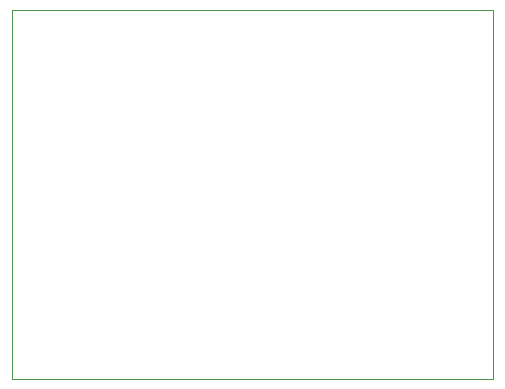
<source format=gbr>
G04 #@! TF.GenerationSoftware,KiCad,Pcbnew,(5.1.5)-3*
G04 #@! TF.CreationDate,2020-04-24T14:35:50-04:00*
G04 #@! TF.ProjectId,CR2025_Nordic,43523230-3235-45f4-9e6f-726469632e6b,rev?*
G04 #@! TF.SameCoordinates,Original*
G04 #@! TF.FileFunction,Profile,NP*
%FSLAX46Y46*%
G04 Gerber Fmt 4.6, Leading zero omitted, Abs format (unit mm)*
G04 Created by KiCad (PCBNEW (5.1.5)-3) date 2020-04-24 14:35:50*
%MOMM*%
%LPD*%
G04 APERTURE LIST*
%ADD10C,0.050000*%
G04 APERTURE END LIST*
D10*
X124300000Y-104000000D02*
X124300000Y-72700000D01*
X165000000Y-104000000D02*
X124300000Y-104000000D01*
X165000000Y-72700000D02*
X165000000Y-104000000D01*
X124300000Y-72700000D02*
X165000000Y-72700000D01*
M02*

</source>
